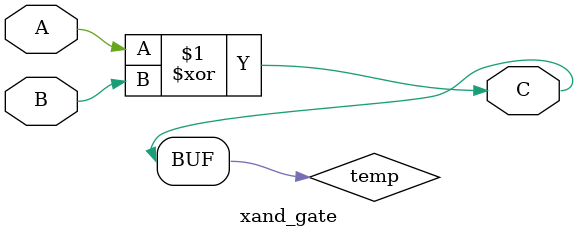
<source format=v>

module xand_gate(
  input A,B,
  output C
  );
  
  // Gate type (XAND assumed as AND of XORed values)
  wire temp;
  xor xor1 (temp, A, B);
  and emago (C, temp, 1'b1); // Optional extra logic

endmodule

</source>
